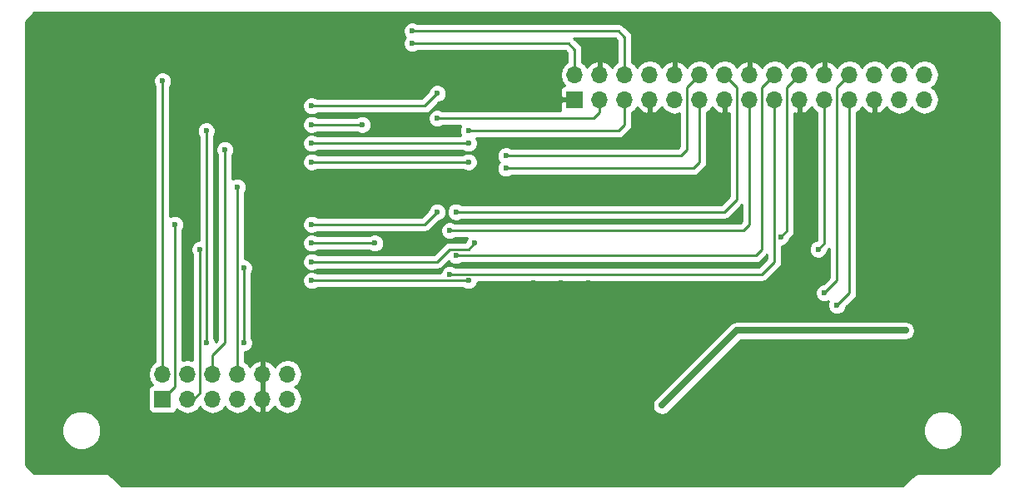
<source format=gbr>
G04 #@! TF.FileFunction,Copper,L2,Bot,Signal*
%FSLAX46Y46*%
G04 Gerber Fmt 4.6, Leading zero omitted, Abs format (unit mm)*
G04 Created by KiCad (PCBNEW 4.0.7) date 09/14/18 18:18:36*
%MOMM*%
%LPD*%
G01*
G04 APERTURE LIST*
%ADD10C,0.100000*%
%ADD11R,1.700000X1.700000*%
%ADD12O,1.700000X1.700000*%
%ADD13C,0.600000*%
%ADD14C,0.250000*%
%ADD15C,0.700000*%
%ADD16C,0.254000*%
G04 APERTURE END LIST*
D10*
D11*
X84455000Y-147955000D03*
D12*
X84455000Y-145415000D03*
X86995000Y-147955000D03*
X86995000Y-145415000D03*
X89535000Y-147955000D03*
X89535000Y-145415000D03*
X92075000Y-147955000D03*
X92075000Y-145415000D03*
X94615000Y-147955000D03*
X94615000Y-145415000D03*
X97155000Y-147955000D03*
X97155000Y-145415000D03*
D11*
X126365000Y-117475000D03*
D12*
X126365000Y-114935000D03*
X128905000Y-117475000D03*
X128905000Y-114935000D03*
X131445000Y-117475000D03*
X131445000Y-114935000D03*
X133985000Y-117475000D03*
X133985000Y-114935000D03*
X136525000Y-117475000D03*
X136525000Y-114935000D03*
X139065000Y-117475000D03*
X139065000Y-114935000D03*
X141605000Y-117475000D03*
X141605000Y-114935000D03*
X144145000Y-117475000D03*
X144145000Y-114935000D03*
X146685000Y-117475000D03*
X146685000Y-114935000D03*
X149225000Y-117475000D03*
X149225000Y-114935000D03*
X151765000Y-117475000D03*
X151765000Y-114935000D03*
X154305000Y-117475000D03*
X154305000Y-114935000D03*
X156845000Y-117475000D03*
X156845000Y-114935000D03*
X159385000Y-117475000D03*
X159385000Y-114935000D03*
X161925000Y-117475000D03*
X161925000Y-114935000D03*
D13*
X78025000Y-123825000D03*
X78105000Y-121920000D03*
X78025000Y-120015000D03*
X78105000Y-118110000D03*
X78025000Y-135890000D03*
X78105000Y-133985000D03*
X78025000Y-132080000D03*
X78105000Y-130175000D03*
X127762000Y-136144000D03*
X124968000Y-136144000D03*
X122174000Y-136144000D03*
X119380000Y-117475000D03*
X119380000Y-121920000D03*
X160020000Y-140970000D03*
X135255000Y-148590000D03*
X84455000Y-115570000D03*
X88900000Y-142240000D03*
X88900000Y-120650000D03*
X90805000Y-122555000D03*
X92075000Y-126365000D03*
X85725000Y-130175000D03*
X88265000Y-132715000D03*
X92710000Y-142240000D03*
X92710000Y-134620000D03*
X112395000Y-116840000D03*
X99615000Y-118110000D03*
X109855000Y-111760000D03*
X112395000Y-119380000D03*
X109855000Y-110490000D03*
X115570000Y-120650000D03*
X104775000Y-120015000D03*
X99615000Y-120015000D03*
X99615000Y-123825000D03*
X115570000Y-123825000D03*
X119380000Y-124460000D03*
X119380000Y-123190000D03*
X99615000Y-121920000D03*
X115570000Y-121920000D03*
X112395000Y-128905000D03*
X99615000Y-130175000D03*
X114300000Y-128905000D03*
X113665000Y-130810000D03*
X114300000Y-133350000D03*
X113665000Y-135255000D03*
X106045000Y-132080000D03*
X99615000Y-132080000D03*
X99615000Y-135890000D03*
X115570000Y-135890000D03*
X153035000Y-138430000D03*
X151765000Y-137160000D03*
X151130000Y-132715000D03*
X147320000Y-131445000D03*
X116205000Y-132080000D03*
X99615000Y-133985000D03*
D14*
X78105000Y-123745000D02*
X78105000Y-121920000D01*
X78105000Y-123745000D02*
X78025000Y-123825000D01*
X78025000Y-120015000D02*
X78105000Y-119935000D01*
X78105000Y-119935000D02*
X78105000Y-118110000D01*
X78105000Y-135810000D02*
X78105000Y-133985000D01*
X78105000Y-135810000D02*
X78025000Y-135890000D01*
X78025000Y-132080000D02*
X78105000Y-132000000D01*
X78105000Y-132000000D02*
X78105000Y-130175000D01*
X122174000Y-136144000D02*
X124968000Y-136144000D01*
D15*
X142875000Y-140970000D02*
X160020000Y-140970000D01*
X135255000Y-148590000D02*
X142875000Y-140970000D01*
D14*
X159385000Y-115570000D02*
X158750000Y-114935000D01*
X84455000Y-115570000D02*
X84455000Y-145415000D01*
X88900000Y-120650000D02*
X88900000Y-142240000D01*
X89535000Y-145415000D02*
X89535000Y-143510000D01*
X90805000Y-142240000D02*
X90805000Y-122555000D01*
X89535000Y-143510000D02*
X90805000Y-142240000D01*
X92075000Y-126365000D02*
X92075000Y-145415000D01*
X84455000Y-147955000D02*
X85725000Y-146685000D01*
X85725000Y-146685000D02*
X85725000Y-130175000D01*
X88265000Y-147320000D02*
X87630000Y-147955000D01*
X88265000Y-132715000D02*
X88265000Y-147320000D01*
X87630000Y-147955000D02*
X86995000Y-147955000D01*
X92710000Y-134620000D02*
X92710000Y-142240000D01*
X99615000Y-118110000D02*
X111125000Y-118110000D01*
X111125000Y-118110000D02*
X112395000Y-116840000D01*
X126365000Y-114935000D02*
X126365000Y-113030000D01*
X126365000Y-112395000D02*
X125730000Y-111760000D01*
X126365000Y-113030000D02*
X126365000Y-112395000D01*
X109855000Y-111760000D02*
X125730000Y-111760000D01*
X114935000Y-119380000D02*
X112395000Y-119380000D01*
X128905000Y-117475000D02*
X128905000Y-118745000D01*
X128905000Y-118745000D02*
X128270000Y-119380000D01*
X114935000Y-119380000D02*
X128270000Y-119380000D01*
X131445000Y-114935000D02*
X131445000Y-111125000D01*
X131445000Y-111125000D02*
X130810000Y-110490000D01*
X109855000Y-110490000D02*
X130810000Y-110490000D01*
X131445000Y-117475000D02*
X131445000Y-120015000D01*
X131445000Y-120015000D02*
X130810000Y-120650000D01*
X115570000Y-120650000D02*
X130810000Y-120650000D01*
X99615000Y-120015000D02*
X104775000Y-120015000D01*
X99615000Y-123825000D02*
X115570000Y-123825000D01*
X139065000Y-117475000D02*
X139065000Y-123825000D01*
X139065000Y-123825000D02*
X138430000Y-124460000D01*
X119380000Y-124460000D02*
X138430000Y-124460000D01*
X139065000Y-114935000D02*
X137795000Y-116205000D01*
X137795000Y-122555000D02*
X137160000Y-123190000D01*
X137795000Y-121285000D02*
X137795000Y-122555000D01*
X137795000Y-116205000D02*
X137795000Y-121285000D01*
X119380000Y-123190000D02*
X137160000Y-123190000D01*
X99615000Y-121920000D02*
X115570000Y-121920000D01*
X99615000Y-130175000D02*
X111125000Y-130175000D01*
X111125000Y-130175000D02*
X112395000Y-128905000D01*
X141605000Y-114935000D02*
X142875000Y-116205000D01*
X142875000Y-127635000D02*
X141605000Y-128905000D01*
X142875000Y-116205000D02*
X142875000Y-127635000D01*
X114300000Y-128905000D02*
X141605000Y-128905000D01*
X114935000Y-130810000D02*
X113665000Y-130810000D01*
X144145000Y-117475000D02*
X144145000Y-130175000D01*
X144145000Y-130175000D02*
X143510000Y-130810000D01*
X114935000Y-130810000D02*
X143510000Y-130810000D01*
X146685000Y-114935000D02*
X145415000Y-116205000D01*
X145415000Y-132715000D02*
X144780000Y-133350000D01*
X145415000Y-116205000D02*
X145415000Y-132715000D01*
X114300000Y-133350000D02*
X144780000Y-133350000D01*
X146685000Y-117475000D02*
X146685000Y-133985000D01*
X146685000Y-133985000D02*
X145415000Y-135255000D01*
X113665000Y-135255000D02*
X145415000Y-135255000D01*
X99615000Y-132080000D02*
X106045000Y-132080000D01*
X114935000Y-135890000D02*
X115570000Y-135890000D01*
X99615000Y-135890000D02*
X114935000Y-135890000D01*
X154305000Y-117475000D02*
X154305000Y-137160000D01*
X154305000Y-137160000D02*
X153035000Y-138430000D01*
X154305000Y-114935000D02*
X153035000Y-116205000D01*
X153035000Y-135890000D02*
X151765000Y-137160000D01*
X153035000Y-116205000D02*
X153035000Y-135890000D01*
X151765000Y-117475000D02*
X151765000Y-132080000D01*
X151765000Y-132080000D02*
X151130000Y-132715000D01*
X149225000Y-114935000D02*
X147955000Y-116205000D01*
X147955000Y-130810000D02*
X147320000Y-131445000D01*
X147955000Y-116205000D02*
X147955000Y-130810000D01*
X115570000Y-132715000D02*
X113665000Y-132715000D01*
X116205000Y-132080000D02*
X115570000Y-132715000D01*
X99615000Y-133985000D02*
X112395000Y-133985000D01*
X112395000Y-133985000D02*
X113665000Y-132715000D01*
D16*
G36*
X169495000Y-109503736D02*
X169495000Y-154656264D01*
X168626264Y-155525000D01*
X161290000Y-155525000D01*
X161027862Y-155577143D01*
X160805632Y-155725632D01*
X159736264Y-156795000D01*
X80293736Y-156795000D01*
X79224368Y-155725632D01*
X79002138Y-155577143D01*
X78740000Y-155525000D01*
X71403736Y-155525000D01*
X70535000Y-154656264D01*
X70535000Y-151523109D01*
X74214657Y-151523109D01*
X74516218Y-152252943D01*
X75074120Y-152811819D01*
X75803427Y-153114654D01*
X76593109Y-153115343D01*
X77322943Y-152813782D01*
X77881819Y-152255880D01*
X78184654Y-151526573D01*
X78184657Y-151523109D01*
X161844657Y-151523109D01*
X162146218Y-152252943D01*
X162704120Y-152811819D01*
X163433427Y-153114654D01*
X164223109Y-153115343D01*
X164952943Y-152813782D01*
X165511819Y-152255880D01*
X165814654Y-151526573D01*
X165815343Y-150736891D01*
X165513782Y-150007057D01*
X164955880Y-149448181D01*
X164226573Y-149145346D01*
X163436891Y-149144657D01*
X162707057Y-149446218D01*
X162148181Y-150004120D01*
X161845346Y-150733427D01*
X161844657Y-151523109D01*
X78184657Y-151523109D01*
X78185343Y-150736891D01*
X77883782Y-150007057D01*
X77325880Y-149448181D01*
X76596573Y-149145346D01*
X75806891Y-149144657D01*
X75077057Y-149446218D01*
X74518181Y-150004120D01*
X74215346Y-150733427D01*
X74214657Y-151523109D01*
X70535000Y-151523109D01*
X70535000Y-147105000D01*
X82957560Y-147105000D01*
X82957560Y-148805000D01*
X83001838Y-149040317D01*
X83140910Y-149256441D01*
X83353110Y-149401431D01*
X83605000Y-149452440D01*
X85305000Y-149452440D01*
X85540317Y-149408162D01*
X85756441Y-149269090D01*
X85901431Y-149056890D01*
X85915086Y-148989459D01*
X85944946Y-149034147D01*
X86426715Y-149356054D01*
X86995000Y-149469093D01*
X87563285Y-149356054D01*
X88045054Y-149034147D01*
X88265000Y-148704974D01*
X88484946Y-149034147D01*
X88966715Y-149356054D01*
X89535000Y-149469093D01*
X90103285Y-149356054D01*
X90585054Y-149034147D01*
X90805000Y-148704974D01*
X91024946Y-149034147D01*
X91506715Y-149356054D01*
X92075000Y-149469093D01*
X92643285Y-149356054D01*
X93125054Y-149034147D01*
X93352702Y-148693447D01*
X93419817Y-148836358D01*
X93848076Y-149226645D01*
X94258110Y-149396476D01*
X94488000Y-149275155D01*
X94488000Y-148082000D01*
X94468000Y-148082000D01*
X94468000Y-147828000D01*
X94488000Y-147828000D01*
X94488000Y-145542000D01*
X94468000Y-145542000D01*
X94468000Y-145288000D01*
X94488000Y-145288000D01*
X94488000Y-144094845D01*
X94742000Y-144094845D01*
X94742000Y-145288000D01*
X94762000Y-145288000D01*
X94762000Y-145542000D01*
X94742000Y-145542000D01*
X94742000Y-147828000D01*
X94762000Y-147828000D01*
X94762000Y-148082000D01*
X94742000Y-148082000D01*
X94742000Y-149275155D01*
X94971890Y-149396476D01*
X95381924Y-149226645D01*
X95810183Y-148836358D01*
X95877298Y-148693447D01*
X96104946Y-149034147D01*
X96586715Y-149356054D01*
X97155000Y-149469093D01*
X97723285Y-149356054D01*
X98205054Y-149034147D01*
X98501822Y-148590000D01*
X134270000Y-148590000D01*
X134344979Y-148966943D01*
X134558500Y-149286500D01*
X134878057Y-149500021D01*
X135255000Y-149575000D01*
X135631943Y-149500021D01*
X135951500Y-149286500D01*
X143283000Y-141955000D01*
X160020000Y-141955000D01*
X160396943Y-141880021D01*
X160716500Y-141666500D01*
X160930021Y-141346943D01*
X161005000Y-140970000D01*
X160930021Y-140593057D01*
X160716500Y-140273500D01*
X160396943Y-140059979D01*
X160020000Y-139985000D01*
X142875000Y-139985000D01*
X142498057Y-140059979D01*
X142178500Y-140273500D01*
X134558500Y-147893500D01*
X134344979Y-148213057D01*
X134270000Y-148590000D01*
X98501822Y-148590000D01*
X98526961Y-148552378D01*
X98640000Y-147984093D01*
X98640000Y-147925907D01*
X98526961Y-147357622D01*
X98205054Y-146875853D01*
X97919422Y-146685000D01*
X98205054Y-146494147D01*
X98526961Y-146012378D01*
X98640000Y-145444093D01*
X98640000Y-145385907D01*
X98526961Y-144817622D01*
X98205054Y-144335853D01*
X97723285Y-144013946D01*
X97155000Y-143900907D01*
X96586715Y-144013946D01*
X96104946Y-144335853D01*
X95877298Y-144676553D01*
X95810183Y-144533642D01*
X95381924Y-144143355D01*
X94971890Y-143973524D01*
X94742000Y-144094845D01*
X94488000Y-144094845D01*
X94258110Y-143973524D01*
X93848076Y-144143355D01*
X93419817Y-144533642D01*
X93352702Y-144676553D01*
X93125054Y-144335853D01*
X92835000Y-144142046D01*
X92835000Y-143175110D01*
X92895167Y-143175162D01*
X93238943Y-143033117D01*
X93502192Y-142770327D01*
X93644838Y-142426799D01*
X93645162Y-142054833D01*
X93503117Y-141711057D01*
X93470000Y-141677882D01*
X93470000Y-135182463D01*
X93502192Y-135150327D01*
X93644838Y-134806799D01*
X93645162Y-134434833D01*
X93503117Y-134091057D01*
X93240327Y-133827808D01*
X92896799Y-133685162D01*
X92835000Y-133685108D01*
X92835000Y-132265167D01*
X98679838Y-132265167D01*
X98821883Y-132608943D01*
X99084673Y-132872192D01*
X99428201Y-133014838D01*
X99800167Y-133015162D01*
X100143943Y-132873117D01*
X100177118Y-132840000D01*
X105482537Y-132840000D01*
X105514673Y-132872192D01*
X105858201Y-133014838D01*
X106230167Y-133015162D01*
X106573943Y-132873117D01*
X106837192Y-132610327D01*
X106979838Y-132266799D01*
X106980162Y-131894833D01*
X106838117Y-131551057D01*
X106575327Y-131287808D01*
X106231799Y-131145162D01*
X105859833Y-131144838D01*
X105516057Y-131286883D01*
X105482882Y-131320000D01*
X100177463Y-131320000D01*
X100145327Y-131287808D01*
X99801799Y-131145162D01*
X99429833Y-131144838D01*
X99086057Y-131286883D01*
X98822808Y-131549673D01*
X98680162Y-131893201D01*
X98679838Y-132265167D01*
X92835000Y-132265167D01*
X92835000Y-130360167D01*
X98679838Y-130360167D01*
X98821883Y-130703943D01*
X99084673Y-130967192D01*
X99428201Y-131109838D01*
X99800167Y-131110162D01*
X100143943Y-130968117D01*
X100177118Y-130935000D01*
X111125000Y-130935000D01*
X111415839Y-130877148D01*
X111662401Y-130712401D01*
X112534680Y-129840122D01*
X112580167Y-129840162D01*
X112923943Y-129698117D01*
X113187192Y-129435327D01*
X113329838Y-129091799D01*
X113330162Y-128719833D01*
X113188117Y-128376057D01*
X112925327Y-128112808D01*
X112581799Y-127970162D01*
X112209833Y-127969838D01*
X111866057Y-128111883D01*
X111602808Y-128374673D01*
X111460162Y-128718201D01*
X111460121Y-128765077D01*
X110810198Y-129415000D01*
X100177463Y-129415000D01*
X100145327Y-129382808D01*
X99801799Y-129240162D01*
X99429833Y-129239838D01*
X99086057Y-129381883D01*
X98822808Y-129644673D01*
X98680162Y-129988201D01*
X98679838Y-130360167D01*
X92835000Y-130360167D01*
X92835000Y-126927463D01*
X92867192Y-126895327D01*
X93009838Y-126551799D01*
X93010162Y-126179833D01*
X92868117Y-125836057D01*
X92605327Y-125572808D01*
X92261799Y-125430162D01*
X91889833Y-125429838D01*
X91565000Y-125564056D01*
X91565000Y-124010167D01*
X98679838Y-124010167D01*
X98821883Y-124353943D01*
X99084673Y-124617192D01*
X99428201Y-124759838D01*
X99800167Y-124760162D01*
X100143943Y-124618117D01*
X100177118Y-124585000D01*
X115007537Y-124585000D01*
X115039673Y-124617192D01*
X115383201Y-124759838D01*
X115755167Y-124760162D01*
X116098943Y-124618117D01*
X116362192Y-124355327D01*
X116504838Y-124011799D01*
X116505162Y-123639833D01*
X116363117Y-123296057D01*
X116100327Y-123032808D01*
X115756799Y-122890162D01*
X115384833Y-122889838D01*
X115041057Y-123031883D01*
X115007882Y-123065000D01*
X100177463Y-123065000D01*
X100145327Y-123032808D01*
X99801799Y-122890162D01*
X99429833Y-122889838D01*
X99086057Y-123031883D01*
X98822808Y-123294673D01*
X98680162Y-123638201D01*
X98679838Y-124010167D01*
X91565000Y-124010167D01*
X91565000Y-123117463D01*
X91597192Y-123085327D01*
X91739838Y-122741799D01*
X91740162Y-122369833D01*
X91630805Y-122105167D01*
X98679838Y-122105167D01*
X98821883Y-122448943D01*
X99084673Y-122712192D01*
X99428201Y-122854838D01*
X99800167Y-122855162D01*
X100143943Y-122713117D01*
X100177118Y-122680000D01*
X115007537Y-122680000D01*
X115039673Y-122712192D01*
X115383201Y-122854838D01*
X115755167Y-122855162D01*
X116098943Y-122713117D01*
X116362192Y-122450327D01*
X116504838Y-122106799D01*
X116505162Y-121734833D01*
X116370944Y-121410000D01*
X130810000Y-121410000D01*
X131100839Y-121352148D01*
X131347401Y-121187401D01*
X131982401Y-120552401D01*
X132147148Y-120305839D01*
X132205000Y-120015000D01*
X132205000Y-118747954D01*
X132495054Y-118554147D01*
X132722702Y-118213447D01*
X132789817Y-118356358D01*
X133218076Y-118746645D01*
X133628110Y-118916476D01*
X133858000Y-118795155D01*
X133858000Y-117602000D01*
X133838000Y-117602000D01*
X133838000Y-117348000D01*
X133858000Y-117348000D01*
X133858000Y-117328000D01*
X134112000Y-117328000D01*
X134112000Y-117348000D01*
X134132000Y-117348000D01*
X134132000Y-117602000D01*
X134112000Y-117602000D01*
X134112000Y-118795155D01*
X134341890Y-118916476D01*
X134751924Y-118746645D01*
X135180183Y-118356358D01*
X135247298Y-118213447D01*
X135474946Y-118554147D01*
X135956715Y-118876054D01*
X136525000Y-118989093D01*
X137035000Y-118887648D01*
X137035000Y-122240198D01*
X136845198Y-122430000D01*
X119942463Y-122430000D01*
X119910327Y-122397808D01*
X119566799Y-122255162D01*
X119194833Y-122254838D01*
X118851057Y-122396883D01*
X118587808Y-122659673D01*
X118445162Y-123003201D01*
X118444838Y-123375167D01*
X118586883Y-123718943D01*
X118692710Y-123824954D01*
X118587808Y-123929673D01*
X118445162Y-124273201D01*
X118444838Y-124645167D01*
X118586883Y-124988943D01*
X118849673Y-125252192D01*
X119193201Y-125394838D01*
X119565167Y-125395162D01*
X119908943Y-125253117D01*
X119942118Y-125220000D01*
X138430000Y-125220000D01*
X138720839Y-125162148D01*
X138967401Y-124997401D01*
X139602401Y-124362401D01*
X139767148Y-124115839D01*
X139825000Y-123825000D01*
X139825000Y-118747954D01*
X140115054Y-118554147D01*
X140342702Y-118213447D01*
X140409817Y-118356358D01*
X140838076Y-118746645D01*
X141248110Y-118916476D01*
X141478000Y-118795155D01*
X141478000Y-117602000D01*
X141458000Y-117602000D01*
X141458000Y-117348000D01*
X141478000Y-117348000D01*
X141478000Y-117328000D01*
X141732000Y-117328000D01*
X141732000Y-117348000D01*
X141752000Y-117348000D01*
X141752000Y-117602000D01*
X141732000Y-117602000D01*
X141732000Y-118795155D01*
X141961890Y-118916476D01*
X142115000Y-118853060D01*
X142115000Y-127320198D01*
X141290198Y-128145000D01*
X114862463Y-128145000D01*
X114830327Y-128112808D01*
X114486799Y-127970162D01*
X114114833Y-127969838D01*
X113771057Y-128111883D01*
X113507808Y-128374673D01*
X113365162Y-128718201D01*
X113364838Y-129090167D01*
X113506883Y-129433943D01*
X113769673Y-129697192D01*
X114113201Y-129839838D01*
X114485167Y-129840162D01*
X114828943Y-129698117D01*
X114862118Y-129665000D01*
X141605000Y-129665000D01*
X141895839Y-129607148D01*
X142142401Y-129442401D01*
X143385000Y-128199802D01*
X143385000Y-129860198D01*
X143195198Y-130050000D01*
X114227463Y-130050000D01*
X114195327Y-130017808D01*
X113851799Y-129875162D01*
X113479833Y-129874838D01*
X113136057Y-130016883D01*
X112872808Y-130279673D01*
X112730162Y-130623201D01*
X112729838Y-130995167D01*
X112871883Y-131338943D01*
X113134673Y-131602192D01*
X113478201Y-131744838D01*
X113850167Y-131745162D01*
X114193943Y-131603117D01*
X114227118Y-131570000D01*
X115404367Y-131570000D01*
X115270162Y-131893201D01*
X115270121Y-131940077D01*
X115255198Y-131955000D01*
X113665000Y-131955000D01*
X113374160Y-132012852D01*
X113127599Y-132177599D01*
X112080198Y-133225000D01*
X100177463Y-133225000D01*
X100145327Y-133192808D01*
X99801799Y-133050162D01*
X99429833Y-133049838D01*
X99086057Y-133191883D01*
X98822808Y-133454673D01*
X98680162Y-133798201D01*
X98679838Y-134170167D01*
X98821883Y-134513943D01*
X99084673Y-134777192D01*
X99428201Y-134919838D01*
X99800167Y-134920162D01*
X100143943Y-134778117D01*
X100177118Y-134745000D01*
X112395000Y-134745000D01*
X112685839Y-134687148D01*
X112932401Y-134522401D01*
X113541341Y-133913461D01*
X113769673Y-134142192D01*
X114113201Y-134284838D01*
X114485167Y-134285162D01*
X114828943Y-134143117D01*
X114862118Y-134110000D01*
X144780000Y-134110000D01*
X145070839Y-134052148D01*
X145317401Y-133887401D01*
X145925000Y-133279802D01*
X145925000Y-133670198D01*
X145100198Y-134495000D01*
X114227463Y-134495000D01*
X114195327Y-134462808D01*
X113851799Y-134320162D01*
X113479833Y-134319838D01*
X113136057Y-134461883D01*
X112872808Y-134724673D01*
X112730162Y-135068201D01*
X112730108Y-135130000D01*
X100177463Y-135130000D01*
X100145327Y-135097808D01*
X99801799Y-134955162D01*
X99429833Y-134954838D01*
X99086057Y-135096883D01*
X98822808Y-135359673D01*
X98680162Y-135703201D01*
X98679838Y-136075167D01*
X98821883Y-136418943D01*
X99084673Y-136682192D01*
X99428201Y-136824838D01*
X99800167Y-136825162D01*
X100143943Y-136683117D01*
X100177118Y-136650000D01*
X115007537Y-136650000D01*
X115039673Y-136682192D01*
X115383201Y-136824838D01*
X115755167Y-136825162D01*
X116098943Y-136683117D01*
X116362192Y-136420327D01*
X116504838Y-136076799D01*
X116504892Y-136015000D01*
X145415000Y-136015000D01*
X145705839Y-135957148D01*
X145952401Y-135792401D01*
X147222401Y-134522401D01*
X147387148Y-134275840D01*
X147445000Y-133985000D01*
X147445000Y-132380110D01*
X147505167Y-132380162D01*
X147848943Y-132238117D01*
X148112192Y-131975327D01*
X148254838Y-131631799D01*
X148254879Y-131584923D01*
X148492401Y-131347401D01*
X148657148Y-131100839D01*
X148715000Y-130810000D01*
X148715000Y-118853060D01*
X148868110Y-118916476D01*
X149098000Y-118795155D01*
X149098000Y-117602000D01*
X149078000Y-117602000D01*
X149078000Y-117348000D01*
X149098000Y-117348000D01*
X149098000Y-117328000D01*
X149352000Y-117328000D01*
X149352000Y-117348000D01*
X149372000Y-117348000D01*
X149372000Y-117602000D01*
X149352000Y-117602000D01*
X149352000Y-118795155D01*
X149581890Y-118916476D01*
X149991924Y-118746645D01*
X150420183Y-118356358D01*
X150487298Y-118213447D01*
X150714946Y-118554147D01*
X151005000Y-118747954D01*
X151005000Y-131765198D01*
X150990320Y-131779878D01*
X150944833Y-131779838D01*
X150601057Y-131921883D01*
X150337808Y-132184673D01*
X150195162Y-132528201D01*
X150194838Y-132900167D01*
X150336883Y-133243943D01*
X150599673Y-133507192D01*
X150943201Y-133649838D01*
X151315167Y-133650162D01*
X151658943Y-133508117D01*
X151922192Y-133245327D01*
X152064838Y-132901799D01*
X152064879Y-132854923D01*
X152275000Y-132644802D01*
X152275000Y-135575198D01*
X151625320Y-136224878D01*
X151579833Y-136224838D01*
X151236057Y-136366883D01*
X150972808Y-136629673D01*
X150830162Y-136973201D01*
X150829838Y-137345167D01*
X150971883Y-137688943D01*
X151234673Y-137952192D01*
X151578201Y-138094838D01*
X151950167Y-138095162D01*
X152205430Y-137989690D01*
X152100162Y-138243201D01*
X152099838Y-138615167D01*
X152241883Y-138958943D01*
X152504673Y-139222192D01*
X152848201Y-139364838D01*
X153220167Y-139365162D01*
X153563943Y-139223117D01*
X153827192Y-138960327D01*
X153969838Y-138616799D01*
X153969879Y-138569923D01*
X154842401Y-137697401D01*
X155007148Y-137450840D01*
X155065000Y-137160000D01*
X155065000Y-118747954D01*
X155355054Y-118554147D01*
X155582702Y-118213447D01*
X155649817Y-118356358D01*
X156078076Y-118746645D01*
X156488110Y-118916476D01*
X156718000Y-118795155D01*
X156718000Y-117602000D01*
X156698000Y-117602000D01*
X156698000Y-117348000D01*
X156718000Y-117348000D01*
X156718000Y-117328000D01*
X156972000Y-117328000D01*
X156972000Y-117348000D01*
X156992000Y-117348000D01*
X156992000Y-117602000D01*
X156972000Y-117602000D01*
X156972000Y-118795155D01*
X157201890Y-118916476D01*
X157611924Y-118746645D01*
X158040183Y-118356358D01*
X158107298Y-118213447D01*
X158334946Y-118554147D01*
X158816715Y-118876054D01*
X159385000Y-118989093D01*
X159953285Y-118876054D01*
X160435054Y-118554147D01*
X160655000Y-118224974D01*
X160874946Y-118554147D01*
X161356715Y-118876054D01*
X161925000Y-118989093D01*
X162493285Y-118876054D01*
X162975054Y-118554147D01*
X163296961Y-118072378D01*
X163410000Y-117504093D01*
X163410000Y-117445907D01*
X163296961Y-116877622D01*
X162975054Y-116395853D01*
X162689422Y-116205000D01*
X162975054Y-116014147D01*
X163296961Y-115532378D01*
X163410000Y-114964093D01*
X163410000Y-114905907D01*
X163296961Y-114337622D01*
X162975054Y-113855853D01*
X162493285Y-113533946D01*
X161925000Y-113420907D01*
X161356715Y-113533946D01*
X160874946Y-113855853D01*
X160655000Y-114185026D01*
X160435054Y-113855853D01*
X159953285Y-113533946D01*
X159385000Y-113420907D01*
X158816715Y-113533946D01*
X158334946Y-113855853D01*
X158115000Y-114185026D01*
X157895054Y-113855853D01*
X157413285Y-113533946D01*
X156845000Y-113420907D01*
X156276715Y-113533946D01*
X155794946Y-113855853D01*
X155575000Y-114185026D01*
X155355054Y-113855853D01*
X154873285Y-113533946D01*
X154305000Y-113420907D01*
X153736715Y-113533946D01*
X153254946Y-113855853D01*
X153027298Y-114196553D01*
X152960183Y-114053642D01*
X152531924Y-113663355D01*
X152121890Y-113493524D01*
X151892000Y-113614845D01*
X151892000Y-114808000D01*
X151912000Y-114808000D01*
X151912000Y-115062000D01*
X151892000Y-115062000D01*
X151892000Y-115082000D01*
X151638000Y-115082000D01*
X151638000Y-115062000D01*
X151618000Y-115062000D01*
X151618000Y-114808000D01*
X151638000Y-114808000D01*
X151638000Y-113614845D01*
X151408110Y-113493524D01*
X150998076Y-113663355D01*
X150569817Y-114053642D01*
X150502702Y-114196553D01*
X150275054Y-113855853D01*
X149793285Y-113533946D01*
X149225000Y-113420907D01*
X148656715Y-113533946D01*
X148174946Y-113855853D01*
X147955000Y-114185026D01*
X147735054Y-113855853D01*
X147253285Y-113533946D01*
X146685000Y-113420907D01*
X146116715Y-113533946D01*
X145634946Y-113855853D01*
X145407298Y-114196553D01*
X145340183Y-114053642D01*
X144911924Y-113663355D01*
X144501890Y-113493524D01*
X144272000Y-113614845D01*
X144272000Y-114808000D01*
X144292000Y-114808000D01*
X144292000Y-115062000D01*
X144272000Y-115062000D01*
X144272000Y-115082000D01*
X144018000Y-115082000D01*
X144018000Y-115062000D01*
X143998000Y-115062000D01*
X143998000Y-114808000D01*
X144018000Y-114808000D01*
X144018000Y-113614845D01*
X143788110Y-113493524D01*
X143378076Y-113663355D01*
X142949817Y-114053642D01*
X142882702Y-114196553D01*
X142655054Y-113855853D01*
X142173285Y-113533946D01*
X141605000Y-113420907D01*
X141036715Y-113533946D01*
X140554946Y-113855853D01*
X140335000Y-114185026D01*
X140115054Y-113855853D01*
X139633285Y-113533946D01*
X139065000Y-113420907D01*
X138496715Y-113533946D01*
X138014946Y-113855853D01*
X137787298Y-114196553D01*
X137720183Y-114053642D01*
X137291924Y-113663355D01*
X136881890Y-113493524D01*
X136652000Y-113614845D01*
X136652000Y-114808000D01*
X136672000Y-114808000D01*
X136672000Y-115062000D01*
X136652000Y-115062000D01*
X136652000Y-115082000D01*
X136398000Y-115082000D01*
X136398000Y-115062000D01*
X136378000Y-115062000D01*
X136378000Y-114808000D01*
X136398000Y-114808000D01*
X136398000Y-113614845D01*
X136168110Y-113493524D01*
X135758076Y-113663355D01*
X135329817Y-114053642D01*
X135262702Y-114196553D01*
X135035054Y-113855853D01*
X134553285Y-113533946D01*
X133985000Y-113420907D01*
X133416715Y-113533946D01*
X132934946Y-113855853D01*
X132715000Y-114185026D01*
X132495054Y-113855853D01*
X132205000Y-113662046D01*
X132205000Y-111125000D01*
X132147148Y-110834161D01*
X131982401Y-110587599D01*
X131347401Y-109952599D01*
X131100839Y-109787852D01*
X130810000Y-109730000D01*
X110417463Y-109730000D01*
X110385327Y-109697808D01*
X110041799Y-109555162D01*
X109669833Y-109554838D01*
X109326057Y-109696883D01*
X109062808Y-109959673D01*
X108920162Y-110303201D01*
X108919838Y-110675167D01*
X109061883Y-111018943D01*
X109167710Y-111124954D01*
X109062808Y-111229673D01*
X108920162Y-111573201D01*
X108919838Y-111945167D01*
X109061883Y-112288943D01*
X109324673Y-112552192D01*
X109668201Y-112694838D01*
X110040167Y-112695162D01*
X110383943Y-112553117D01*
X110417118Y-112520000D01*
X125415198Y-112520000D01*
X125605000Y-112709802D01*
X125605000Y-113662046D01*
X125314946Y-113855853D01*
X124993039Y-114337622D01*
X124880000Y-114905907D01*
X124880000Y-114964093D01*
X124993039Y-115532378D01*
X125314946Y-116014147D01*
X125320858Y-116018097D01*
X125155301Y-116086673D01*
X124976673Y-116265302D01*
X124880000Y-116498691D01*
X124880000Y-117189250D01*
X125038750Y-117348000D01*
X126238000Y-117348000D01*
X126238000Y-117328000D01*
X126492000Y-117328000D01*
X126492000Y-117348000D01*
X126512000Y-117348000D01*
X126512000Y-117602000D01*
X126492000Y-117602000D01*
X126492000Y-117622000D01*
X126238000Y-117622000D01*
X126238000Y-117602000D01*
X125038750Y-117602000D01*
X124880000Y-117760750D01*
X124880000Y-118451309D01*
X124949874Y-118620000D01*
X112957463Y-118620000D01*
X112925327Y-118587808D01*
X112581799Y-118445162D01*
X112209833Y-118444838D01*
X111866057Y-118586883D01*
X111602808Y-118849673D01*
X111460162Y-119193201D01*
X111459838Y-119565167D01*
X111601883Y-119908943D01*
X111864673Y-120172192D01*
X112208201Y-120314838D01*
X112580167Y-120315162D01*
X112923943Y-120173117D01*
X112957118Y-120140000D01*
X114769367Y-120140000D01*
X114635162Y-120463201D01*
X114634838Y-120835167D01*
X114769056Y-121160000D01*
X100177463Y-121160000D01*
X100145327Y-121127808D01*
X99801799Y-120985162D01*
X99429833Y-120984838D01*
X99086057Y-121126883D01*
X98822808Y-121389673D01*
X98680162Y-121733201D01*
X98679838Y-122105167D01*
X91630805Y-122105167D01*
X91598117Y-122026057D01*
X91335327Y-121762808D01*
X90991799Y-121620162D01*
X90619833Y-121619838D01*
X90276057Y-121761883D01*
X90012808Y-122024673D01*
X89870162Y-122368201D01*
X89869838Y-122740167D01*
X90011883Y-123083943D01*
X90045000Y-123117118D01*
X90045000Y-141925198D01*
X89835092Y-142135106D01*
X89835162Y-142054833D01*
X89693117Y-141711057D01*
X89660000Y-141677882D01*
X89660000Y-121212463D01*
X89692192Y-121180327D01*
X89834838Y-120836799D01*
X89835162Y-120464833D01*
X89725805Y-120200167D01*
X98679838Y-120200167D01*
X98821883Y-120543943D01*
X99084673Y-120807192D01*
X99428201Y-120949838D01*
X99800167Y-120950162D01*
X100143943Y-120808117D01*
X100177118Y-120775000D01*
X104212537Y-120775000D01*
X104244673Y-120807192D01*
X104588201Y-120949838D01*
X104960167Y-120950162D01*
X105303943Y-120808117D01*
X105567192Y-120545327D01*
X105709838Y-120201799D01*
X105710162Y-119829833D01*
X105568117Y-119486057D01*
X105305327Y-119222808D01*
X104961799Y-119080162D01*
X104589833Y-119079838D01*
X104246057Y-119221883D01*
X104212882Y-119255000D01*
X100177463Y-119255000D01*
X100145327Y-119222808D01*
X99801799Y-119080162D01*
X99429833Y-119079838D01*
X99086057Y-119221883D01*
X98822808Y-119484673D01*
X98680162Y-119828201D01*
X98679838Y-120200167D01*
X89725805Y-120200167D01*
X89693117Y-120121057D01*
X89430327Y-119857808D01*
X89086799Y-119715162D01*
X88714833Y-119714838D01*
X88371057Y-119856883D01*
X88107808Y-120119673D01*
X87965162Y-120463201D01*
X87964838Y-120835167D01*
X88106883Y-121178943D01*
X88140000Y-121212118D01*
X88140000Y-131779890D01*
X88079833Y-131779838D01*
X87736057Y-131921883D01*
X87472808Y-132184673D01*
X87330162Y-132528201D01*
X87329838Y-132900167D01*
X87471883Y-133243943D01*
X87505000Y-133277118D01*
X87505000Y-144002352D01*
X86995000Y-143900907D01*
X86485000Y-144002352D01*
X86485000Y-130737463D01*
X86517192Y-130705327D01*
X86659838Y-130361799D01*
X86660162Y-129989833D01*
X86518117Y-129646057D01*
X86255327Y-129382808D01*
X85911799Y-129240162D01*
X85539833Y-129239838D01*
X85215000Y-129374056D01*
X85215000Y-118295167D01*
X98679838Y-118295167D01*
X98821883Y-118638943D01*
X99084673Y-118902192D01*
X99428201Y-119044838D01*
X99800167Y-119045162D01*
X100143943Y-118903117D01*
X100177118Y-118870000D01*
X111125000Y-118870000D01*
X111415839Y-118812148D01*
X111662401Y-118647401D01*
X112534680Y-117775122D01*
X112580167Y-117775162D01*
X112923943Y-117633117D01*
X113187192Y-117370327D01*
X113329838Y-117026799D01*
X113330162Y-116654833D01*
X113188117Y-116311057D01*
X112925327Y-116047808D01*
X112581799Y-115905162D01*
X112209833Y-115904838D01*
X111866057Y-116046883D01*
X111602808Y-116309673D01*
X111460162Y-116653201D01*
X111460121Y-116700077D01*
X110810198Y-117350000D01*
X100177463Y-117350000D01*
X100145327Y-117317808D01*
X99801799Y-117175162D01*
X99429833Y-117174838D01*
X99086057Y-117316883D01*
X98822808Y-117579673D01*
X98680162Y-117923201D01*
X98679838Y-118295167D01*
X85215000Y-118295167D01*
X85215000Y-116132463D01*
X85247192Y-116100327D01*
X85389838Y-115756799D01*
X85390162Y-115384833D01*
X85248117Y-115041057D01*
X84985327Y-114777808D01*
X84641799Y-114635162D01*
X84269833Y-114634838D01*
X83926057Y-114776883D01*
X83662808Y-115039673D01*
X83520162Y-115383201D01*
X83519838Y-115755167D01*
X83661883Y-116098943D01*
X83695000Y-116132118D01*
X83695000Y-144142046D01*
X83404946Y-144335853D01*
X83083039Y-144817622D01*
X82970000Y-145385907D01*
X82970000Y-145444093D01*
X83083039Y-146012378D01*
X83404946Y-146494147D01*
X83406179Y-146494971D01*
X83369683Y-146501838D01*
X83153559Y-146640910D01*
X83008569Y-146853110D01*
X82957560Y-147105000D01*
X70535000Y-147105000D01*
X70535000Y-109503736D01*
X71403736Y-108635000D01*
X168626264Y-108635000D01*
X169495000Y-109503736D01*
X169495000Y-109503736D01*
G37*
X169495000Y-109503736D02*
X169495000Y-154656264D01*
X168626264Y-155525000D01*
X161290000Y-155525000D01*
X161027862Y-155577143D01*
X160805632Y-155725632D01*
X159736264Y-156795000D01*
X80293736Y-156795000D01*
X79224368Y-155725632D01*
X79002138Y-155577143D01*
X78740000Y-155525000D01*
X71403736Y-155525000D01*
X70535000Y-154656264D01*
X70535000Y-151523109D01*
X74214657Y-151523109D01*
X74516218Y-152252943D01*
X75074120Y-152811819D01*
X75803427Y-153114654D01*
X76593109Y-153115343D01*
X77322943Y-152813782D01*
X77881819Y-152255880D01*
X78184654Y-151526573D01*
X78184657Y-151523109D01*
X161844657Y-151523109D01*
X162146218Y-152252943D01*
X162704120Y-152811819D01*
X163433427Y-153114654D01*
X164223109Y-153115343D01*
X164952943Y-152813782D01*
X165511819Y-152255880D01*
X165814654Y-151526573D01*
X165815343Y-150736891D01*
X165513782Y-150007057D01*
X164955880Y-149448181D01*
X164226573Y-149145346D01*
X163436891Y-149144657D01*
X162707057Y-149446218D01*
X162148181Y-150004120D01*
X161845346Y-150733427D01*
X161844657Y-151523109D01*
X78184657Y-151523109D01*
X78185343Y-150736891D01*
X77883782Y-150007057D01*
X77325880Y-149448181D01*
X76596573Y-149145346D01*
X75806891Y-149144657D01*
X75077057Y-149446218D01*
X74518181Y-150004120D01*
X74215346Y-150733427D01*
X74214657Y-151523109D01*
X70535000Y-151523109D01*
X70535000Y-147105000D01*
X82957560Y-147105000D01*
X82957560Y-148805000D01*
X83001838Y-149040317D01*
X83140910Y-149256441D01*
X83353110Y-149401431D01*
X83605000Y-149452440D01*
X85305000Y-149452440D01*
X85540317Y-149408162D01*
X85756441Y-149269090D01*
X85901431Y-149056890D01*
X85915086Y-148989459D01*
X85944946Y-149034147D01*
X86426715Y-149356054D01*
X86995000Y-149469093D01*
X87563285Y-149356054D01*
X88045054Y-149034147D01*
X88265000Y-148704974D01*
X88484946Y-149034147D01*
X88966715Y-149356054D01*
X89535000Y-149469093D01*
X90103285Y-149356054D01*
X90585054Y-149034147D01*
X90805000Y-148704974D01*
X91024946Y-149034147D01*
X91506715Y-149356054D01*
X92075000Y-149469093D01*
X92643285Y-149356054D01*
X93125054Y-149034147D01*
X93352702Y-148693447D01*
X93419817Y-148836358D01*
X93848076Y-149226645D01*
X94258110Y-149396476D01*
X94488000Y-149275155D01*
X94488000Y-148082000D01*
X94468000Y-148082000D01*
X94468000Y-147828000D01*
X94488000Y-147828000D01*
X94488000Y-145542000D01*
X94468000Y-145542000D01*
X94468000Y-145288000D01*
X94488000Y-145288000D01*
X94488000Y-144094845D01*
X94742000Y-144094845D01*
X94742000Y-145288000D01*
X94762000Y-145288000D01*
X94762000Y-145542000D01*
X94742000Y-145542000D01*
X94742000Y-147828000D01*
X94762000Y-147828000D01*
X94762000Y-148082000D01*
X94742000Y-148082000D01*
X94742000Y-149275155D01*
X94971890Y-149396476D01*
X95381924Y-149226645D01*
X95810183Y-148836358D01*
X95877298Y-148693447D01*
X96104946Y-149034147D01*
X96586715Y-149356054D01*
X97155000Y-149469093D01*
X97723285Y-149356054D01*
X98205054Y-149034147D01*
X98501822Y-148590000D01*
X134270000Y-148590000D01*
X134344979Y-148966943D01*
X134558500Y-149286500D01*
X134878057Y-149500021D01*
X135255000Y-149575000D01*
X135631943Y-149500021D01*
X135951500Y-149286500D01*
X143283000Y-141955000D01*
X160020000Y-141955000D01*
X160396943Y-141880021D01*
X160716500Y-141666500D01*
X160930021Y-141346943D01*
X161005000Y-140970000D01*
X160930021Y-140593057D01*
X160716500Y-140273500D01*
X160396943Y-140059979D01*
X160020000Y-139985000D01*
X142875000Y-139985000D01*
X142498057Y-140059979D01*
X142178500Y-140273500D01*
X134558500Y-147893500D01*
X134344979Y-148213057D01*
X134270000Y-148590000D01*
X98501822Y-148590000D01*
X98526961Y-148552378D01*
X98640000Y-147984093D01*
X98640000Y-147925907D01*
X98526961Y-147357622D01*
X98205054Y-146875853D01*
X97919422Y-146685000D01*
X98205054Y-146494147D01*
X98526961Y-146012378D01*
X98640000Y-145444093D01*
X98640000Y-145385907D01*
X98526961Y-144817622D01*
X98205054Y-144335853D01*
X97723285Y-144013946D01*
X97155000Y-143900907D01*
X96586715Y-144013946D01*
X96104946Y-144335853D01*
X95877298Y-144676553D01*
X95810183Y-144533642D01*
X95381924Y-144143355D01*
X94971890Y-143973524D01*
X94742000Y-144094845D01*
X94488000Y-144094845D01*
X94258110Y-143973524D01*
X93848076Y-144143355D01*
X93419817Y-144533642D01*
X93352702Y-144676553D01*
X93125054Y-144335853D01*
X92835000Y-144142046D01*
X92835000Y-143175110D01*
X92895167Y-143175162D01*
X93238943Y-143033117D01*
X93502192Y-142770327D01*
X93644838Y-142426799D01*
X93645162Y-142054833D01*
X93503117Y-141711057D01*
X93470000Y-141677882D01*
X93470000Y-135182463D01*
X93502192Y-135150327D01*
X93644838Y-134806799D01*
X93645162Y-134434833D01*
X93503117Y-134091057D01*
X93240327Y-133827808D01*
X92896799Y-133685162D01*
X92835000Y-133685108D01*
X92835000Y-132265167D01*
X98679838Y-132265167D01*
X98821883Y-132608943D01*
X99084673Y-132872192D01*
X99428201Y-133014838D01*
X99800167Y-133015162D01*
X100143943Y-132873117D01*
X100177118Y-132840000D01*
X105482537Y-132840000D01*
X105514673Y-132872192D01*
X105858201Y-133014838D01*
X106230167Y-133015162D01*
X106573943Y-132873117D01*
X106837192Y-132610327D01*
X106979838Y-132266799D01*
X106980162Y-131894833D01*
X106838117Y-131551057D01*
X106575327Y-131287808D01*
X106231799Y-131145162D01*
X105859833Y-131144838D01*
X105516057Y-131286883D01*
X105482882Y-131320000D01*
X100177463Y-131320000D01*
X100145327Y-131287808D01*
X99801799Y-131145162D01*
X99429833Y-131144838D01*
X99086057Y-131286883D01*
X98822808Y-131549673D01*
X98680162Y-131893201D01*
X98679838Y-132265167D01*
X92835000Y-132265167D01*
X92835000Y-130360167D01*
X98679838Y-130360167D01*
X98821883Y-130703943D01*
X99084673Y-130967192D01*
X99428201Y-131109838D01*
X99800167Y-131110162D01*
X100143943Y-130968117D01*
X100177118Y-130935000D01*
X111125000Y-130935000D01*
X111415839Y-130877148D01*
X111662401Y-130712401D01*
X112534680Y-129840122D01*
X112580167Y-129840162D01*
X112923943Y-129698117D01*
X113187192Y-129435327D01*
X113329838Y-129091799D01*
X113330162Y-128719833D01*
X113188117Y-128376057D01*
X112925327Y-128112808D01*
X112581799Y-127970162D01*
X112209833Y-127969838D01*
X111866057Y-128111883D01*
X111602808Y-128374673D01*
X111460162Y-128718201D01*
X111460121Y-128765077D01*
X110810198Y-129415000D01*
X100177463Y-129415000D01*
X100145327Y-129382808D01*
X99801799Y-129240162D01*
X99429833Y-129239838D01*
X99086057Y-129381883D01*
X98822808Y-129644673D01*
X98680162Y-129988201D01*
X98679838Y-130360167D01*
X92835000Y-130360167D01*
X92835000Y-126927463D01*
X92867192Y-126895327D01*
X93009838Y-126551799D01*
X93010162Y-126179833D01*
X92868117Y-125836057D01*
X92605327Y-125572808D01*
X92261799Y-125430162D01*
X91889833Y-125429838D01*
X91565000Y-125564056D01*
X91565000Y-124010167D01*
X98679838Y-124010167D01*
X98821883Y-124353943D01*
X99084673Y-124617192D01*
X99428201Y-124759838D01*
X99800167Y-124760162D01*
X100143943Y-124618117D01*
X100177118Y-124585000D01*
X115007537Y-124585000D01*
X115039673Y-124617192D01*
X115383201Y-124759838D01*
X115755167Y-124760162D01*
X116098943Y-124618117D01*
X116362192Y-124355327D01*
X116504838Y-124011799D01*
X116505162Y-123639833D01*
X116363117Y-123296057D01*
X116100327Y-123032808D01*
X115756799Y-122890162D01*
X115384833Y-122889838D01*
X115041057Y-123031883D01*
X115007882Y-123065000D01*
X100177463Y-123065000D01*
X100145327Y-123032808D01*
X99801799Y-122890162D01*
X99429833Y-122889838D01*
X99086057Y-123031883D01*
X98822808Y-123294673D01*
X98680162Y-123638201D01*
X98679838Y-124010167D01*
X91565000Y-124010167D01*
X91565000Y-123117463D01*
X91597192Y-123085327D01*
X91739838Y-122741799D01*
X91740162Y-122369833D01*
X91630805Y-122105167D01*
X98679838Y-122105167D01*
X98821883Y-122448943D01*
X99084673Y-122712192D01*
X99428201Y-122854838D01*
X99800167Y-122855162D01*
X100143943Y-122713117D01*
X100177118Y-122680000D01*
X115007537Y-122680000D01*
X115039673Y-122712192D01*
X115383201Y-122854838D01*
X115755167Y-122855162D01*
X116098943Y-122713117D01*
X116362192Y-122450327D01*
X116504838Y-122106799D01*
X116505162Y-121734833D01*
X116370944Y-121410000D01*
X130810000Y-121410000D01*
X131100839Y-121352148D01*
X131347401Y-121187401D01*
X131982401Y-120552401D01*
X132147148Y-120305839D01*
X132205000Y-120015000D01*
X132205000Y-118747954D01*
X132495054Y-118554147D01*
X132722702Y-118213447D01*
X132789817Y-118356358D01*
X133218076Y-118746645D01*
X133628110Y-118916476D01*
X133858000Y-118795155D01*
X133858000Y-117602000D01*
X133838000Y-117602000D01*
X133838000Y-117348000D01*
X133858000Y-117348000D01*
X133858000Y-117328000D01*
X134112000Y-117328000D01*
X134112000Y-117348000D01*
X134132000Y-117348000D01*
X134132000Y-117602000D01*
X134112000Y-117602000D01*
X134112000Y-118795155D01*
X134341890Y-118916476D01*
X134751924Y-118746645D01*
X135180183Y-118356358D01*
X135247298Y-118213447D01*
X135474946Y-118554147D01*
X135956715Y-118876054D01*
X136525000Y-118989093D01*
X137035000Y-118887648D01*
X137035000Y-122240198D01*
X136845198Y-122430000D01*
X119942463Y-122430000D01*
X119910327Y-122397808D01*
X119566799Y-122255162D01*
X119194833Y-122254838D01*
X118851057Y-122396883D01*
X118587808Y-122659673D01*
X118445162Y-123003201D01*
X118444838Y-123375167D01*
X118586883Y-123718943D01*
X118692710Y-123824954D01*
X118587808Y-123929673D01*
X118445162Y-124273201D01*
X118444838Y-124645167D01*
X118586883Y-124988943D01*
X118849673Y-125252192D01*
X119193201Y-125394838D01*
X119565167Y-125395162D01*
X119908943Y-125253117D01*
X119942118Y-125220000D01*
X138430000Y-125220000D01*
X138720839Y-125162148D01*
X138967401Y-124997401D01*
X139602401Y-124362401D01*
X139767148Y-124115839D01*
X139825000Y-123825000D01*
X139825000Y-118747954D01*
X140115054Y-118554147D01*
X140342702Y-118213447D01*
X140409817Y-118356358D01*
X140838076Y-118746645D01*
X141248110Y-118916476D01*
X141478000Y-118795155D01*
X141478000Y-117602000D01*
X141458000Y-117602000D01*
X141458000Y-117348000D01*
X141478000Y-117348000D01*
X141478000Y-117328000D01*
X141732000Y-117328000D01*
X141732000Y-117348000D01*
X141752000Y-117348000D01*
X141752000Y-117602000D01*
X141732000Y-117602000D01*
X141732000Y-118795155D01*
X141961890Y-118916476D01*
X142115000Y-118853060D01*
X142115000Y-127320198D01*
X141290198Y-128145000D01*
X114862463Y-128145000D01*
X114830327Y-128112808D01*
X114486799Y-127970162D01*
X114114833Y-127969838D01*
X113771057Y-128111883D01*
X113507808Y-128374673D01*
X113365162Y-128718201D01*
X113364838Y-129090167D01*
X113506883Y-129433943D01*
X113769673Y-129697192D01*
X114113201Y-129839838D01*
X114485167Y-129840162D01*
X114828943Y-129698117D01*
X114862118Y-129665000D01*
X141605000Y-129665000D01*
X141895839Y-129607148D01*
X142142401Y-129442401D01*
X143385000Y-128199802D01*
X143385000Y-129860198D01*
X143195198Y-130050000D01*
X114227463Y-130050000D01*
X114195327Y-130017808D01*
X113851799Y-129875162D01*
X113479833Y-129874838D01*
X113136057Y-130016883D01*
X112872808Y-130279673D01*
X112730162Y-130623201D01*
X112729838Y-130995167D01*
X112871883Y-131338943D01*
X113134673Y-131602192D01*
X113478201Y-131744838D01*
X113850167Y-131745162D01*
X114193943Y-131603117D01*
X114227118Y-131570000D01*
X115404367Y-131570000D01*
X115270162Y-131893201D01*
X115270121Y-131940077D01*
X115255198Y-131955000D01*
X113665000Y-131955000D01*
X113374160Y-132012852D01*
X113127599Y-132177599D01*
X112080198Y-133225000D01*
X100177463Y-133225000D01*
X100145327Y-133192808D01*
X99801799Y-133050162D01*
X99429833Y-133049838D01*
X99086057Y-133191883D01*
X98822808Y-133454673D01*
X98680162Y-133798201D01*
X98679838Y-134170167D01*
X98821883Y-134513943D01*
X99084673Y-134777192D01*
X99428201Y-134919838D01*
X99800167Y-134920162D01*
X100143943Y-134778117D01*
X100177118Y-134745000D01*
X112395000Y-134745000D01*
X112685839Y-134687148D01*
X112932401Y-134522401D01*
X113541341Y-133913461D01*
X113769673Y-134142192D01*
X114113201Y-134284838D01*
X114485167Y-134285162D01*
X114828943Y-134143117D01*
X114862118Y-134110000D01*
X144780000Y-134110000D01*
X145070839Y-134052148D01*
X145317401Y-133887401D01*
X145925000Y-133279802D01*
X145925000Y-133670198D01*
X145100198Y-134495000D01*
X114227463Y-134495000D01*
X114195327Y-134462808D01*
X113851799Y-134320162D01*
X113479833Y-134319838D01*
X113136057Y-134461883D01*
X112872808Y-134724673D01*
X112730162Y-135068201D01*
X112730108Y-135130000D01*
X100177463Y-135130000D01*
X100145327Y-135097808D01*
X99801799Y-134955162D01*
X99429833Y-134954838D01*
X99086057Y-135096883D01*
X98822808Y-135359673D01*
X98680162Y-135703201D01*
X98679838Y-136075167D01*
X98821883Y-136418943D01*
X99084673Y-136682192D01*
X99428201Y-136824838D01*
X99800167Y-136825162D01*
X100143943Y-136683117D01*
X100177118Y-136650000D01*
X115007537Y-136650000D01*
X115039673Y-136682192D01*
X115383201Y-136824838D01*
X115755167Y-136825162D01*
X116098943Y-136683117D01*
X116362192Y-136420327D01*
X116504838Y-136076799D01*
X116504892Y-136015000D01*
X145415000Y-136015000D01*
X145705839Y-135957148D01*
X145952401Y-135792401D01*
X147222401Y-134522401D01*
X147387148Y-134275840D01*
X147445000Y-133985000D01*
X147445000Y-132380110D01*
X147505167Y-132380162D01*
X147848943Y-132238117D01*
X148112192Y-131975327D01*
X148254838Y-131631799D01*
X148254879Y-131584923D01*
X148492401Y-131347401D01*
X148657148Y-131100839D01*
X148715000Y-130810000D01*
X148715000Y-118853060D01*
X148868110Y-118916476D01*
X149098000Y-118795155D01*
X149098000Y-117602000D01*
X149078000Y-117602000D01*
X149078000Y-117348000D01*
X149098000Y-117348000D01*
X149098000Y-117328000D01*
X149352000Y-117328000D01*
X149352000Y-117348000D01*
X149372000Y-117348000D01*
X149372000Y-117602000D01*
X149352000Y-117602000D01*
X149352000Y-118795155D01*
X149581890Y-118916476D01*
X149991924Y-118746645D01*
X150420183Y-118356358D01*
X150487298Y-118213447D01*
X150714946Y-118554147D01*
X151005000Y-118747954D01*
X151005000Y-131765198D01*
X150990320Y-131779878D01*
X150944833Y-131779838D01*
X150601057Y-131921883D01*
X150337808Y-132184673D01*
X150195162Y-132528201D01*
X150194838Y-132900167D01*
X150336883Y-133243943D01*
X150599673Y-133507192D01*
X150943201Y-133649838D01*
X151315167Y-133650162D01*
X151658943Y-133508117D01*
X151922192Y-133245327D01*
X152064838Y-132901799D01*
X152064879Y-132854923D01*
X152275000Y-132644802D01*
X152275000Y-135575198D01*
X151625320Y-136224878D01*
X151579833Y-136224838D01*
X151236057Y-136366883D01*
X150972808Y-136629673D01*
X150830162Y-136973201D01*
X150829838Y-137345167D01*
X150971883Y-137688943D01*
X151234673Y-137952192D01*
X151578201Y-138094838D01*
X151950167Y-138095162D01*
X152205430Y-137989690D01*
X152100162Y-138243201D01*
X152099838Y-138615167D01*
X152241883Y-138958943D01*
X152504673Y-139222192D01*
X152848201Y-139364838D01*
X153220167Y-139365162D01*
X153563943Y-139223117D01*
X153827192Y-138960327D01*
X153969838Y-138616799D01*
X153969879Y-138569923D01*
X154842401Y-137697401D01*
X155007148Y-137450840D01*
X155065000Y-137160000D01*
X155065000Y-118747954D01*
X155355054Y-118554147D01*
X155582702Y-118213447D01*
X155649817Y-118356358D01*
X156078076Y-118746645D01*
X156488110Y-118916476D01*
X156718000Y-118795155D01*
X156718000Y-117602000D01*
X156698000Y-117602000D01*
X156698000Y-117348000D01*
X156718000Y-117348000D01*
X156718000Y-117328000D01*
X156972000Y-117328000D01*
X156972000Y-117348000D01*
X156992000Y-117348000D01*
X156992000Y-117602000D01*
X156972000Y-117602000D01*
X156972000Y-118795155D01*
X157201890Y-118916476D01*
X157611924Y-118746645D01*
X158040183Y-118356358D01*
X158107298Y-118213447D01*
X158334946Y-118554147D01*
X158816715Y-118876054D01*
X159385000Y-118989093D01*
X159953285Y-118876054D01*
X160435054Y-118554147D01*
X160655000Y-118224974D01*
X160874946Y-118554147D01*
X161356715Y-118876054D01*
X161925000Y-118989093D01*
X162493285Y-118876054D01*
X162975054Y-118554147D01*
X163296961Y-118072378D01*
X163410000Y-117504093D01*
X163410000Y-117445907D01*
X163296961Y-116877622D01*
X162975054Y-116395853D01*
X162689422Y-116205000D01*
X162975054Y-116014147D01*
X163296961Y-115532378D01*
X163410000Y-114964093D01*
X163410000Y-114905907D01*
X163296961Y-114337622D01*
X162975054Y-113855853D01*
X162493285Y-113533946D01*
X161925000Y-113420907D01*
X161356715Y-113533946D01*
X160874946Y-113855853D01*
X160655000Y-114185026D01*
X160435054Y-113855853D01*
X159953285Y-113533946D01*
X159385000Y-113420907D01*
X158816715Y-113533946D01*
X158334946Y-113855853D01*
X158115000Y-114185026D01*
X157895054Y-113855853D01*
X157413285Y-113533946D01*
X156845000Y-113420907D01*
X156276715Y-113533946D01*
X155794946Y-113855853D01*
X155575000Y-114185026D01*
X155355054Y-113855853D01*
X154873285Y-113533946D01*
X154305000Y-113420907D01*
X153736715Y-113533946D01*
X153254946Y-113855853D01*
X153027298Y-114196553D01*
X152960183Y-114053642D01*
X152531924Y-113663355D01*
X152121890Y-113493524D01*
X151892000Y-113614845D01*
X151892000Y-114808000D01*
X151912000Y-114808000D01*
X151912000Y-115062000D01*
X151892000Y-115062000D01*
X151892000Y-115082000D01*
X151638000Y-115082000D01*
X151638000Y-115062000D01*
X151618000Y-115062000D01*
X151618000Y-114808000D01*
X151638000Y-114808000D01*
X151638000Y-113614845D01*
X151408110Y-113493524D01*
X150998076Y-113663355D01*
X150569817Y-114053642D01*
X150502702Y-114196553D01*
X150275054Y-113855853D01*
X149793285Y-113533946D01*
X149225000Y-113420907D01*
X148656715Y-113533946D01*
X148174946Y-113855853D01*
X147955000Y-114185026D01*
X147735054Y-113855853D01*
X147253285Y-113533946D01*
X146685000Y-113420907D01*
X146116715Y-113533946D01*
X145634946Y-113855853D01*
X145407298Y-114196553D01*
X145340183Y-114053642D01*
X144911924Y-113663355D01*
X144501890Y-113493524D01*
X144272000Y-113614845D01*
X144272000Y-114808000D01*
X144292000Y-114808000D01*
X144292000Y-115062000D01*
X144272000Y-115062000D01*
X144272000Y-115082000D01*
X144018000Y-115082000D01*
X144018000Y-115062000D01*
X143998000Y-115062000D01*
X143998000Y-114808000D01*
X144018000Y-114808000D01*
X144018000Y-113614845D01*
X143788110Y-113493524D01*
X143378076Y-113663355D01*
X142949817Y-114053642D01*
X142882702Y-114196553D01*
X142655054Y-113855853D01*
X142173285Y-113533946D01*
X141605000Y-113420907D01*
X141036715Y-113533946D01*
X140554946Y-113855853D01*
X140335000Y-114185026D01*
X140115054Y-113855853D01*
X139633285Y-113533946D01*
X139065000Y-113420907D01*
X138496715Y-113533946D01*
X138014946Y-113855853D01*
X137787298Y-114196553D01*
X137720183Y-114053642D01*
X137291924Y-113663355D01*
X136881890Y-113493524D01*
X136652000Y-113614845D01*
X136652000Y-114808000D01*
X136672000Y-114808000D01*
X136672000Y-115062000D01*
X136652000Y-115062000D01*
X136652000Y-115082000D01*
X136398000Y-115082000D01*
X136398000Y-115062000D01*
X136378000Y-115062000D01*
X136378000Y-114808000D01*
X136398000Y-114808000D01*
X136398000Y-113614845D01*
X136168110Y-113493524D01*
X135758076Y-113663355D01*
X135329817Y-114053642D01*
X135262702Y-114196553D01*
X135035054Y-113855853D01*
X134553285Y-113533946D01*
X133985000Y-113420907D01*
X133416715Y-113533946D01*
X132934946Y-113855853D01*
X132715000Y-114185026D01*
X132495054Y-113855853D01*
X132205000Y-113662046D01*
X132205000Y-111125000D01*
X132147148Y-110834161D01*
X131982401Y-110587599D01*
X131347401Y-109952599D01*
X131100839Y-109787852D01*
X130810000Y-109730000D01*
X110417463Y-109730000D01*
X110385327Y-109697808D01*
X110041799Y-109555162D01*
X109669833Y-109554838D01*
X109326057Y-109696883D01*
X109062808Y-109959673D01*
X108920162Y-110303201D01*
X108919838Y-110675167D01*
X109061883Y-111018943D01*
X109167710Y-111124954D01*
X109062808Y-111229673D01*
X108920162Y-111573201D01*
X108919838Y-111945167D01*
X109061883Y-112288943D01*
X109324673Y-112552192D01*
X109668201Y-112694838D01*
X110040167Y-112695162D01*
X110383943Y-112553117D01*
X110417118Y-112520000D01*
X125415198Y-112520000D01*
X125605000Y-112709802D01*
X125605000Y-113662046D01*
X125314946Y-113855853D01*
X124993039Y-114337622D01*
X124880000Y-114905907D01*
X124880000Y-114964093D01*
X124993039Y-115532378D01*
X125314946Y-116014147D01*
X125320858Y-116018097D01*
X125155301Y-116086673D01*
X124976673Y-116265302D01*
X124880000Y-116498691D01*
X124880000Y-117189250D01*
X125038750Y-117348000D01*
X126238000Y-117348000D01*
X126238000Y-117328000D01*
X126492000Y-117328000D01*
X126492000Y-117348000D01*
X126512000Y-117348000D01*
X126512000Y-117602000D01*
X126492000Y-117602000D01*
X126492000Y-117622000D01*
X126238000Y-117622000D01*
X126238000Y-117602000D01*
X125038750Y-117602000D01*
X124880000Y-117760750D01*
X124880000Y-118451309D01*
X124949874Y-118620000D01*
X112957463Y-118620000D01*
X112925327Y-118587808D01*
X112581799Y-118445162D01*
X112209833Y-118444838D01*
X111866057Y-118586883D01*
X111602808Y-118849673D01*
X111460162Y-119193201D01*
X111459838Y-119565167D01*
X111601883Y-119908943D01*
X111864673Y-120172192D01*
X112208201Y-120314838D01*
X112580167Y-120315162D01*
X112923943Y-120173117D01*
X112957118Y-120140000D01*
X114769367Y-120140000D01*
X114635162Y-120463201D01*
X114634838Y-120835167D01*
X114769056Y-121160000D01*
X100177463Y-121160000D01*
X100145327Y-121127808D01*
X99801799Y-120985162D01*
X99429833Y-120984838D01*
X99086057Y-121126883D01*
X98822808Y-121389673D01*
X98680162Y-121733201D01*
X98679838Y-122105167D01*
X91630805Y-122105167D01*
X91598117Y-122026057D01*
X91335327Y-121762808D01*
X90991799Y-121620162D01*
X90619833Y-121619838D01*
X90276057Y-121761883D01*
X90012808Y-122024673D01*
X89870162Y-122368201D01*
X89869838Y-122740167D01*
X90011883Y-123083943D01*
X90045000Y-123117118D01*
X90045000Y-141925198D01*
X89835092Y-142135106D01*
X89835162Y-142054833D01*
X89693117Y-141711057D01*
X89660000Y-141677882D01*
X89660000Y-121212463D01*
X89692192Y-121180327D01*
X89834838Y-120836799D01*
X89835162Y-120464833D01*
X89725805Y-120200167D01*
X98679838Y-120200167D01*
X98821883Y-120543943D01*
X99084673Y-120807192D01*
X99428201Y-120949838D01*
X99800167Y-120950162D01*
X100143943Y-120808117D01*
X100177118Y-120775000D01*
X104212537Y-120775000D01*
X104244673Y-120807192D01*
X104588201Y-120949838D01*
X104960167Y-120950162D01*
X105303943Y-120808117D01*
X105567192Y-120545327D01*
X105709838Y-120201799D01*
X105710162Y-119829833D01*
X105568117Y-119486057D01*
X105305327Y-119222808D01*
X104961799Y-119080162D01*
X104589833Y-119079838D01*
X104246057Y-119221883D01*
X104212882Y-119255000D01*
X100177463Y-119255000D01*
X100145327Y-119222808D01*
X99801799Y-119080162D01*
X99429833Y-119079838D01*
X99086057Y-119221883D01*
X98822808Y-119484673D01*
X98680162Y-119828201D01*
X98679838Y-120200167D01*
X89725805Y-120200167D01*
X89693117Y-120121057D01*
X89430327Y-119857808D01*
X89086799Y-119715162D01*
X88714833Y-119714838D01*
X88371057Y-119856883D01*
X88107808Y-120119673D01*
X87965162Y-120463201D01*
X87964838Y-120835167D01*
X88106883Y-121178943D01*
X88140000Y-121212118D01*
X88140000Y-131779890D01*
X88079833Y-131779838D01*
X87736057Y-131921883D01*
X87472808Y-132184673D01*
X87330162Y-132528201D01*
X87329838Y-132900167D01*
X87471883Y-133243943D01*
X87505000Y-133277118D01*
X87505000Y-144002352D01*
X86995000Y-143900907D01*
X86485000Y-144002352D01*
X86485000Y-130737463D01*
X86517192Y-130705327D01*
X86659838Y-130361799D01*
X86660162Y-129989833D01*
X86518117Y-129646057D01*
X86255327Y-129382808D01*
X85911799Y-129240162D01*
X85539833Y-129239838D01*
X85215000Y-129374056D01*
X85215000Y-118295167D01*
X98679838Y-118295167D01*
X98821883Y-118638943D01*
X99084673Y-118902192D01*
X99428201Y-119044838D01*
X99800167Y-119045162D01*
X100143943Y-118903117D01*
X100177118Y-118870000D01*
X111125000Y-118870000D01*
X111415839Y-118812148D01*
X111662401Y-118647401D01*
X112534680Y-117775122D01*
X112580167Y-117775162D01*
X112923943Y-117633117D01*
X113187192Y-117370327D01*
X113329838Y-117026799D01*
X113330162Y-116654833D01*
X113188117Y-116311057D01*
X112925327Y-116047808D01*
X112581799Y-115905162D01*
X112209833Y-115904838D01*
X111866057Y-116046883D01*
X111602808Y-116309673D01*
X111460162Y-116653201D01*
X111460121Y-116700077D01*
X110810198Y-117350000D01*
X100177463Y-117350000D01*
X100145327Y-117317808D01*
X99801799Y-117175162D01*
X99429833Y-117174838D01*
X99086057Y-117316883D01*
X98822808Y-117579673D01*
X98680162Y-117923201D01*
X98679838Y-118295167D01*
X85215000Y-118295167D01*
X85215000Y-116132463D01*
X85247192Y-116100327D01*
X85389838Y-115756799D01*
X85390162Y-115384833D01*
X85248117Y-115041057D01*
X84985327Y-114777808D01*
X84641799Y-114635162D01*
X84269833Y-114634838D01*
X83926057Y-114776883D01*
X83662808Y-115039673D01*
X83520162Y-115383201D01*
X83519838Y-115755167D01*
X83661883Y-116098943D01*
X83695000Y-116132118D01*
X83695000Y-144142046D01*
X83404946Y-144335853D01*
X83083039Y-144817622D01*
X82970000Y-145385907D01*
X82970000Y-145444093D01*
X83083039Y-146012378D01*
X83404946Y-146494147D01*
X83406179Y-146494971D01*
X83369683Y-146501838D01*
X83153559Y-146640910D01*
X83008569Y-146853110D01*
X82957560Y-147105000D01*
X70535000Y-147105000D01*
X70535000Y-109503736D01*
X71403736Y-108635000D01*
X168626264Y-108635000D01*
X169495000Y-109503736D01*
G36*
X130685000Y-111439802D02*
X130685000Y-113662046D01*
X130394946Y-113855853D01*
X130167298Y-114196553D01*
X130100183Y-114053642D01*
X129671924Y-113663355D01*
X129261890Y-113493524D01*
X129032000Y-113614845D01*
X129032000Y-114808000D01*
X129052000Y-114808000D01*
X129052000Y-115062000D01*
X129032000Y-115062000D01*
X129032000Y-115082000D01*
X128778000Y-115082000D01*
X128778000Y-115062000D01*
X128758000Y-115062000D01*
X128758000Y-114808000D01*
X128778000Y-114808000D01*
X128778000Y-113614845D01*
X128548110Y-113493524D01*
X128138076Y-113663355D01*
X127709817Y-114053642D01*
X127642702Y-114196553D01*
X127415054Y-113855853D01*
X127125000Y-113662046D01*
X127125000Y-112395000D01*
X127067148Y-112104161D01*
X126902401Y-111857599D01*
X126294802Y-111250000D01*
X130495198Y-111250000D01*
X130685000Y-111439802D01*
X130685000Y-111439802D01*
G37*
X130685000Y-111439802D02*
X130685000Y-113662046D01*
X130394946Y-113855853D01*
X130167298Y-114196553D01*
X130100183Y-114053642D01*
X129671924Y-113663355D01*
X129261890Y-113493524D01*
X129032000Y-113614845D01*
X129032000Y-114808000D01*
X129052000Y-114808000D01*
X129052000Y-115062000D01*
X129032000Y-115062000D01*
X129032000Y-115082000D01*
X128778000Y-115082000D01*
X128778000Y-115062000D01*
X128758000Y-115062000D01*
X128758000Y-114808000D01*
X128778000Y-114808000D01*
X128778000Y-113614845D01*
X128548110Y-113493524D01*
X128138076Y-113663355D01*
X127709817Y-114053642D01*
X127642702Y-114196553D01*
X127415054Y-113855853D01*
X127125000Y-113662046D01*
X127125000Y-112395000D01*
X127067148Y-112104161D01*
X126902401Y-111857599D01*
X126294802Y-111250000D01*
X130495198Y-111250000D01*
X130685000Y-111439802D01*
M02*

</source>
